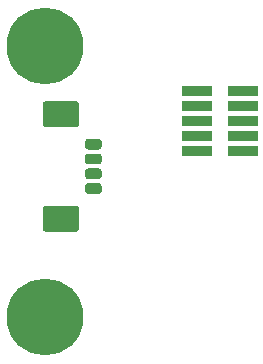
<source format=gbr>
%TF.GenerationSoftware,KiCad,Pcbnew,(5.1.6)-1*%
%TF.CreationDate,2020-12-06T01:58:00+01:00*%
%TF.ProjectId,HorticultureSensor,486f7274-6963-4756-9c74-75726553656e,1.0*%
%TF.SameCoordinates,Original*%
%TF.FileFunction,Soldermask,Bot*%
%TF.FilePolarity,Negative*%
%FSLAX46Y46*%
G04 Gerber Fmt 4.6, Leading zero omitted, Abs format (unit mm)*
G04 Created by KiCad (PCBNEW (5.1.6)-1) date 2020-12-06 01:58:00*
%MOMM*%
%LPD*%
G01*
G04 APERTURE LIST*
%ADD10C,6.500000*%
%ADD11R,2.500000X0.840000*%
G04 APERTURE END LIST*
%TO.C,J6*%
G36*
G01*
X150410095Y-125707000D02*
X147833905Y-125707000D01*
G75*
G02*
X147572000Y-125445095I0J261905D01*
G01*
X147572000Y-123768905D01*
G75*
G02*
X147833905Y-123507000I261905J0D01*
G01*
X150410095Y-123507000D01*
G75*
G02*
X150672000Y-123768905I0J-261905D01*
G01*
X150672000Y-125445095D01*
G75*
G02*
X150410095Y-125707000I-261905J0D01*
G01*
G37*
G36*
G01*
X150410095Y-134557000D02*
X147833905Y-134557000D01*
G75*
G02*
X147572000Y-134295095I0J261905D01*
G01*
X147572000Y-132618905D01*
G75*
G02*
X147833905Y-132357000I261905J0D01*
G01*
X150410095Y-132357000D01*
G75*
G02*
X150672000Y-132618905I0J-261905D01*
G01*
X150672000Y-134295095D01*
G75*
G02*
X150410095Y-134557000I-261905J0D01*
G01*
G37*
G36*
G01*
X152347000Y-127607000D02*
X151397000Y-127607000D01*
G75*
G02*
X151172000Y-127382000I0J225000D01*
G01*
X151172000Y-126932000D01*
G75*
G02*
X151397000Y-126707000I225000J0D01*
G01*
X152347000Y-126707000D01*
G75*
G02*
X152572000Y-126932000I0J-225000D01*
G01*
X152572000Y-127382000D01*
G75*
G02*
X152347000Y-127607000I-225000J0D01*
G01*
G37*
G36*
G01*
X152347000Y-128857000D02*
X151397000Y-128857000D01*
G75*
G02*
X151172000Y-128632000I0J225000D01*
G01*
X151172000Y-128182000D01*
G75*
G02*
X151397000Y-127957000I225000J0D01*
G01*
X152347000Y-127957000D01*
G75*
G02*
X152572000Y-128182000I0J-225000D01*
G01*
X152572000Y-128632000D01*
G75*
G02*
X152347000Y-128857000I-225000J0D01*
G01*
G37*
G36*
G01*
X152347000Y-130107000D02*
X151397000Y-130107000D01*
G75*
G02*
X151172000Y-129882000I0J225000D01*
G01*
X151172000Y-129432000D01*
G75*
G02*
X151397000Y-129207000I225000J0D01*
G01*
X152347000Y-129207000D01*
G75*
G02*
X152572000Y-129432000I0J-225000D01*
G01*
X152572000Y-129882000D01*
G75*
G02*
X152347000Y-130107000I-225000J0D01*
G01*
G37*
G36*
G01*
X152347000Y-131357000D02*
X151397000Y-131357000D01*
G75*
G02*
X151172000Y-131132000I0J225000D01*
G01*
X151172000Y-130682000D01*
G75*
G02*
X151397000Y-130457000I225000J0D01*
G01*
X152347000Y-130457000D01*
G75*
G02*
X152572000Y-130682000I0J-225000D01*
G01*
X152572000Y-131132000D01*
G75*
G02*
X152347000Y-131357000I-225000J0D01*
G01*
G37*
%TD*%
D10*
%TO.C,H2*%
X147750000Y-141775000D03*
%TD*%
%TO.C,H1*%
X147750000Y-118872000D03*
%TD*%
D11*
%TO.C,J2*%
X160610000Y-127762000D03*
X164510000Y-127762000D03*
X160610000Y-126492000D03*
X164510000Y-126492000D03*
X160610000Y-125222000D03*
X164510000Y-125222000D03*
X160610000Y-123952000D03*
X164510000Y-123952000D03*
X160610000Y-122682000D03*
X164510000Y-122682000D03*
%TD*%
M02*

</source>
